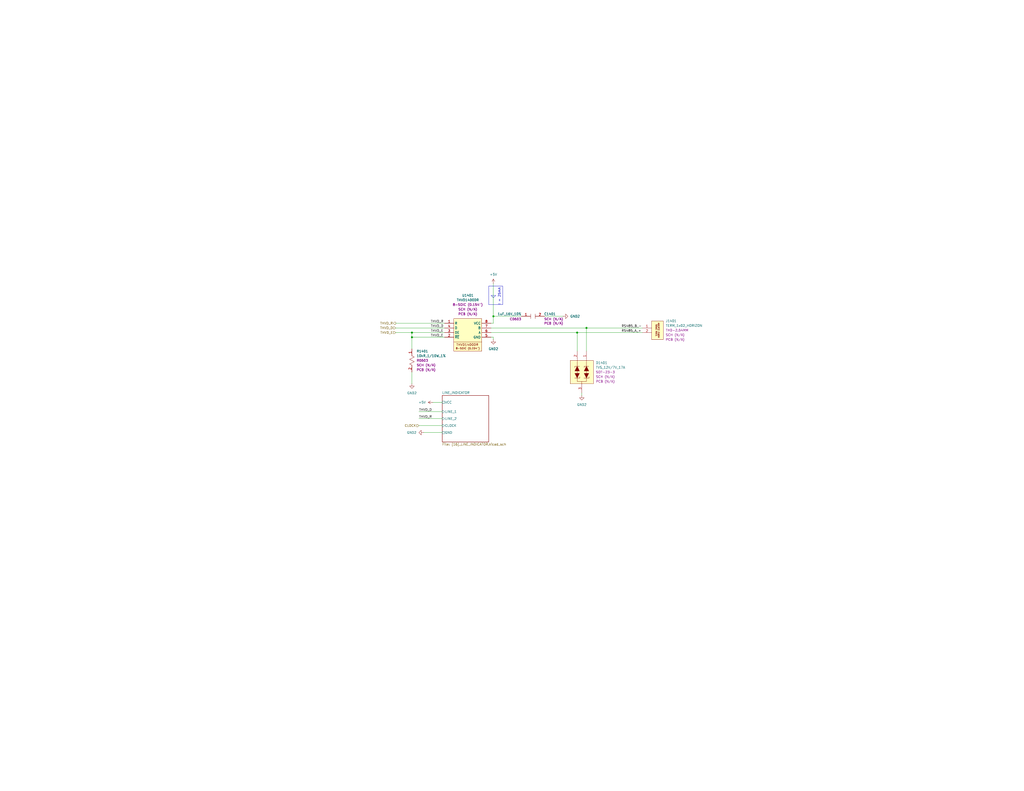
<source format=kicad_sch>
(kicad_sch (version 20231120) (generator "eeschema") (generator_version "8.0")
  (paper "C")
  (title_block (comment 2 "RELEASED"))
  (lib_symbols
    (symbol "_SCHLIB_ESP32-IsoLink:CAP_MLCC_1uF_16V_10%_X7R_C0603" (exclude_from_sim yes)
      (property "Reference" "C" (at 2.794 3.81 0))
      (property "Value" "1uF_16V_10%" (at 2.794 6.096 0))
      (property "Package" "C0603" (at 2.794 11.43 0))
      (property "SCH CHECK" "SCH (N/A)" (at 2.794 16.256 0))
      (property "PCB CHECk" "PCB (N/A)" (at 2.794 19.05 0))
      (symbol "CAP_MLCC_1uF_16V_10%_X7R_C0603_0_1"
        (polyline private (pts (xy 2.54 2.54) (xy 27.94 2.54)))
        (polyline private (pts (xy 2.54 5.08) (xy 27.94 5.08)))
        (polyline private (pts (xy 2.54 7.62) (xy 27.94 7.62)))
        (polyline private (pts (xy 2.54 10.16) (xy 27.94 10.16)))
        (polyline private (pts (xy 2.54 12.7) (xy 27.94 12.7)))
        (polyline private (pts (xy 2.54 15.24) (xy 27.94 15.24)))
        (polyline private (pts (xy 2.54 17.78) (xy 27.94 17.78)))
        (polyline private (pts (xy 2.54 20.32) (xy 27.94 20.32)))
        (polyline private (pts (xy 2.54 22.86) (xy 27.94 22.86)))
        (polyline private (pts (xy 2.54 25.4) (xy 27.94 25.4)))
        (polyline private (pts (xy 2.54 27.94) (xy 27.94 27.94)))
        (polyline private (pts (xy 2.54 30.48) (xy 27.94 30.48)))
        (polyline private (pts (xy 2.54 33.02) (xy 27.94 33.02)))
        (polyline private (pts (xy 2.54 35.56) (xy 27.94 35.56)))
        (polyline private (pts (xy 2.54 38.1) (xy 27.94 38.1)))
        (polyline private (pts (xy 2.54 40.64) (xy 27.94 40.64)))
        (polyline private (pts (xy 2.54 43.18) (xy 27.94 43.18)))
        (polyline private (pts (xy 2.54 45.72) (xy 27.94 45.72)))
        (polyline private (pts (xy 2.54 48.26) (xy 27.94 48.26)))
        (polyline private (pts (xy 2.54 50.8) (xy 27.94 50.8)))
        (polyline (pts (xy 5.08 1.27) (xy 5.08 -1.27)))
        (polyline (pts (xy 7.62 1.27) (xy 7.62 -1.27)))
      )
      (symbol "CAP_MLCC_1uF_16V_10%_X7R_C0603_1_1"
        (pin passive line (at 0 0 0) (length 5.08) (name "") (number "1"))
        (pin passive line (at 12.7 0 180) (length 5.08) (name "") (number "2"))
      )
    )
    (symbol "_SCHLIB_ESP32-IsoLink:CONN_TERM BLK_1x2_150V_6A_HORIZON_THD-2.54MM" (exclude_from_sim yes)
      (property "Reference" "J" (at 2.794 3.81 0))
      (property "Value" "TERM_1x02_HORIZON" (at 2.794 6.096 0))
      (property "Package" "THD-2.54MM" (at 2.794 11.43 0))
      (property "SCH CHECK" "SCH (N/A)" (at 2.794 16.256 0))
      (property "PCB CHECk" "PCB (N/A)" (at 2.794 19.05 0))
      (symbol "CONN_TERM BLK_1x2_150V_6A_HORIZON_THD-2.54MM_0_1"
        (polyline private (pts (xy 2.54 2.54) (xy 27.94 2.54)))
        (polyline private (pts (xy 2.54 5.08) (xy 27.94 5.08)))
        (polyline private (pts (xy 2.54 7.62) (xy 27.94 7.62)))
        (polyline private (pts (xy 2.54 10.16) (xy 27.94 10.16)))
        (polyline private (pts (xy 2.54 12.7) (xy 27.94 12.7)))
        (polyline private (pts (xy 2.54 15.24) (xy 27.94 15.24)))
        (polyline private (pts (xy 2.54 17.78) (xy 27.94 17.78)))
        (polyline private (pts (xy 2.54 20.32) (xy 27.94 20.32)))
        (polyline private (pts (xy 2.54 22.86) (xy 27.94 22.86)))
        (polyline private (pts (xy 2.54 25.4) (xy 27.94 25.4)))
        (polyline private (pts (xy 2.54 27.94) (xy 27.94 27.94)))
        (polyline private (pts (xy 2.54 30.48) (xy 27.94 30.48)))
        (polyline private (pts (xy 2.54 33.02) (xy 27.94 33.02)))
        (polyline private (pts (xy 2.54 35.56) (xy 27.94 35.56)))
        (polyline private (pts (xy 2.54 38.1) (xy 27.94 38.1)))
        (polyline private (pts (xy 2.54 40.64) (xy 27.94 40.64)))
        (polyline private (pts (xy 2.54 43.18) (xy 27.94 43.18)))
        (polyline private (pts (xy 2.54 45.72) (xy 27.94 45.72)))
        (polyline private (pts (xy 2.54 48.26) (xy 27.94 48.26)))
        (polyline private (pts (xy 2.54 50.8) (xy 27.94 50.8)))
      )
      (symbol "CONN_TERM BLK_1x2_150V_6A_HORIZON_THD-2.54MM_1_1"
        (rectangle (start 0 0) (end 6.35 -10.16) (fill (type background)))
        (text "TERM 2POS\nHORIZ 2.54MM" (at 3.302 -5.08 900) (effects (font (size 0.762 0.762))))
        (pin passive line (at -5.08 -3.81 0) (length 5.08) (name "") (number "1"))
        (pin passive line (at -5.08 -6.35 0) (length 5.08) (name "") (number "2"))
      )
    )
    (symbol "_SCHLIB_ESP32-IsoLink:DIODE_TVS_CDSOT23-SM712_12V/7V_13.3V/ 7.5V_17A(8/20us)_SOT-23-3" (exclude_from_sim yes)
      (property "Reference" "D" (at 2.794 3.81 0))
      (property "Value" "TVS_12V/7V_17A" (at 2.794 6.096 0))
      (property "Package" "SOT-23-3" (at 2.794 11.43 0))
      (property "SCH CHECK" "SCH (N/A)" (at 2.794 16.256 0))
      (property "PCB CHECk" "PCB (N/A)" (at 2.794 19.05 0))
      (symbol "DIODE_TVS_CDSOT23-SM712_12V/7V_13.3V/ 7.5V_17A(8/20us)_SOT-23-3_0_1"
        (polyline private (pts (xy 2.54 2.54) (xy 27.94 2.54)))
        (polyline private (pts (xy 2.54 5.08) (xy 27.94 5.08)))
        (polyline private (pts (xy 2.54 7.62) (xy 27.94 7.62)))
        (polyline private (pts (xy 2.54 10.16) (xy 27.94 10.16)))
        (polyline private (pts (xy 2.54 12.7) (xy 27.94 12.7)))
        (polyline private (pts (xy 2.54 15.24) (xy 27.94 15.24)))
        (polyline private (pts (xy 2.54 17.78) (xy 27.94 17.78)))
        (polyline private (pts (xy 2.54 20.32) (xy 27.94 20.32)))
        (polyline private (pts (xy 2.54 22.86) (xy 27.94 22.86)))
        (polyline private (pts (xy 2.54 25.4) (xy 27.94 25.4)))
        (polyline private (pts (xy 2.54 27.94) (xy 27.94 27.94)))
        (polyline private (pts (xy 2.54 30.48) (xy 27.94 30.48)))
        (polyline private (pts (xy 2.54 33.02) (xy 27.94 33.02)))
        (polyline private (pts (xy 2.54 35.56) (xy 27.94 35.56)))
        (polyline private (pts (xy 2.54 38.1) (xy 27.94 38.1)))
        (polyline private (pts (xy 2.54 40.64) (xy 27.94 40.64)))
        (polyline private (pts (xy 2.54 43.18) (xy 27.94 43.18)))
        (polyline private (pts (xy 2.54 45.72) (xy 27.94 45.72)))
        (polyline private (pts (xy 2.54 48.26) (xy 27.94 48.26)))
        (polyline private (pts (xy 2.54 50.8) (xy 27.94 50.8)))
      )
      (symbol "DIODE_TVS_CDSOT23-SM712_12V/7V_13.3V/ 7.5V_17A(8/20us)_SOT-23-3_1_1"
        (polyline (pts (xy 3.175 -8.89) (xy 0 -8.89)))
        (polyline (pts (xy 3.175 -3.81) (xy 0 -3.81)))
        (polyline (pts (xy 5.715 -8.89) (xy 6.985 -8.89)))
        (polyline (pts (xy 5.715 -3.81) (xy 6.985 -3.81)))
        (polyline (pts (xy 11.43 -6.35) (xy 12.7 -6.35)))
        (polyline (pts (xy 3.175 -7.62) (xy 3.175 -10.16) (xy 3.81 -10.16)))
        (polyline (pts (xy 3.175 -2.54) (xy 3.175 -5.08) (xy 3.81 -5.08)))
        (polyline (pts (xy 9.652 -10.287) (xy 9.652 -7.493) (xy 8.89 -7.493)))
        (polyline (pts (xy 9.652 -5.207) (xy 9.652 -2.413) (xy 8.89 -2.413)))
        (polyline (pts (xy 5.715 -10.16) (xy 5.715 -7.62) (xy 3.175 -8.89) (xy 5.715 -10.16)) (fill (type outline)))
        (polyline (pts (xy 5.715 -5.08) (xy 5.715 -2.54) (xy 3.175 -3.81) (xy 5.715 -5.08)) (fill (type outline)))
        (polyline (pts (xy 6.985 -7.62) (xy 6.985 -10.16) (xy 9.525 -8.89) (xy 6.985 -7.62)) (fill (type outline)))
        (polyline (pts (xy 6.985 -2.54) (xy 6.985 -5.08) (xy 9.525 -3.81) (xy 6.985 -2.54)) (fill (type outline)))
        (polyline (pts (xy 9.525 -3.81) (xy 11.43 -3.81) (xy 11.43 -8.89) (xy 9.525 -8.89)))
        (rectangle (start 0 0) (end 12.7 -12.7) (fill (type background)))
        (pin passive line (at -5.08 -3.81 0) (length 5.08) (name "") (number "1"))
        (pin passive line (at -5.08 -8.89 0) (length 5.08) (name "") (number "2"))
        (pin passive line (at 17.78 -6.35 180) (length 5.08) (name "") (number "3"))
      )
    )
    (symbol "_SCHLIB_ESP32-IsoLink:IC_Transceiver_THVD1400DR_Half-Duplex_RS485_8-SOIC (0.154{dblquote})" (exclude_from_sim yes)
      (property "Reference" "U" (at 2.794 3.81 0))
      (property "Value" "THVD1400DR" (at 2.794 6.096 0))
      (property "Package" "8-SOIC (0.154\")" (at 2.794 11.43 0))
      (property "SCH CHECK" "SCH (N/A)" (at 2.794 16.256 0))
      (property "PCB CHECk" "PCB (N/A)" (at 2.794 19.05 0))
      (symbol "IC_Transceiver_THVD1400DR_Half-Duplex_RS485_8-SOIC (0.154{dblquote})_0_1"
        (polyline private (pts (xy 2.54 2.54) (xy 27.94 2.54)))
        (polyline private (pts (xy 2.54 5.08) (xy 27.94 5.08)))
        (polyline private (pts (xy 2.54 7.62) (xy 27.94 7.62)))
        (polyline private (pts (xy 2.54 10.16) (xy 27.94 10.16)))
        (polyline private (pts (xy 2.54 12.7) (xy 27.94 12.7)))
        (polyline private (pts (xy 2.54 15.24) (xy 27.94 15.24)))
        (polyline private (pts (xy 2.54 17.78) (xy 27.94 17.78)))
        (polyline private (pts (xy 2.54 20.32) (xy 27.94 20.32)))
        (polyline private (pts (xy 2.54 22.86) (xy 27.94 22.86)))
        (polyline private (pts (xy 2.54 25.4) (xy 27.94 25.4)))
        (polyline private (pts (xy 2.54 27.94) (xy 27.94 27.94)))
        (polyline private (pts (xy 2.54 30.48) (xy 27.94 30.48)))
        (polyline private (pts (xy 2.54 33.02) (xy 27.94 33.02)))
        (polyline private (pts (xy 2.54 35.56) (xy 27.94 35.56)))
        (polyline private (pts (xy 2.54 38.1) (xy 27.94 38.1)))
        (polyline private (pts (xy 2.54 40.64) (xy 27.94 40.64)))
        (polyline private (pts (xy 2.54 43.18) (xy 27.94 43.18)))
        (polyline private (pts (xy 2.54 45.72) (xy 27.94 45.72)))
        (polyline private (pts (xy 2.54 48.26) (xy 27.94 48.26)))
        (polyline private (pts (xy 2.54 50.8) (xy 27.94 50.8)))
      )
      (symbol "IC_Transceiver_THVD1400DR_Half-Duplex_RS485_8-SOIC (0.154{dblquote})_1_1"
        (polyline (pts (xy 0 -12.7) (xy 15.24 -12.7)))
        (rectangle (start 0 0) (end 15.24 -17.78) (fill (type background)))
        (text "8-SOIC (0.154\")" (at 7.62 -16.256 0) (effects (font (size 1.016 1.016))))
        (text "THVD1400DR" (at 7.366 -14.224 0) (effects (font (size 1.27 1.27))))
        (pin passive line (at -5.08 -2.54 0) (length 5.08) (name "R") (number "1"))
        (pin passive line (at -5.08 -10.16 0) (length 5.08) (name "~{RE}") (number "2"))
        (pin passive line (at -5.08 -7.62 0) (length 5.08) (name "DE") (number "3"))
        (pin passive line (at -5.08 -5.08 0) (length 5.08) (name "D") (number "4"))
        (pin passive line (at 20.32 -10.16 180) (length 5.08) (name "GND") (number "5"))
        (pin passive line (at 20.32 -7.62 180) (length 5.08) (name "A") (number "6"))
        (pin passive line (at 20.32 -5.08 180) (length 5.08) (name "B") (number "7"))
        (pin passive line (at 20.32 -2.54 180) (length 5.08) (name "VCC") (number "8"))
      )
    )
    (symbol "_SCHLIB_ESP32-IsoLink:RES_10kR_1/10W_1%_R0603" (exclude_from_sim yes)
      (property "Reference" "R" (at 2.794 3.81 0))
      (property "Value" "10kR_1/10W_1%" (at 2.794 6.096 0))
      (property "Package" "R0603" (at 2.794 11.43 0))
      (property "SCH CHECK" "SCH (N/A)" (at 2.794 16.256 0))
      (property "PCB CHECk" "PCB (N/A)" (at 2.794 19.05 0))
      (symbol "RES_10kR_1/10W_1%_R0603_0_1"
        (polyline private (pts (xy 2.54 2.54) (xy 27.94 2.54)))
        (polyline private (pts (xy 2.54 5.08) (xy 27.94 5.08)))
        (polyline private (pts (xy 2.54 7.62) (xy 27.94 7.62)))
        (polyline private (pts (xy 2.54 10.16) (xy 27.94 10.16)))
        (polyline private (pts (xy 2.54 12.7) (xy 27.94 12.7)))
        (polyline private (pts (xy 2.54 15.24) (xy 27.94 15.24)))
        (polyline private (pts (xy 2.54 17.78) (xy 27.94 17.78)))
        (polyline private (pts (xy 2.54 20.32) (xy 27.94 20.32)))
        (polyline private (pts (xy 2.54 22.86) (xy 27.94 22.86)))
        (polyline private (pts (xy 2.54 25.4) (xy 27.94 25.4)))
        (polyline private (pts (xy 2.54 27.94) (xy 27.94 27.94)))
        (polyline private (pts (xy 2.54 30.48) (xy 27.94 30.48)))
        (polyline private (pts (xy 2.54 33.02) (xy 27.94 33.02)))
        (polyline private (pts (xy 2.54 35.56) (xy 27.94 35.56)))
        (polyline private (pts (xy 2.54 38.1) (xy 27.94 38.1)))
        (polyline private (pts (xy 2.54 40.64) (xy 27.94 40.64)))
        (polyline private (pts (xy 2.54 43.18) (xy 27.94 43.18)))
        (polyline private (pts (xy 2.54 45.72) (xy 27.94 45.72)))
        (polyline private (pts (xy 2.54 48.26) (xy 27.94 48.26)))
        (polyline private (pts (xy 2.54 50.8) (xy 27.94 50.8)))
        (polyline (pts (xy 3.81 0) (xy 4.445 1.27) (xy 5.715 -1.27) (xy 6.985 1.27) (xy 8.255 -1.27) (xy 8.89 0)))
      )
      (symbol "RES_10kR_1/10W_1%_R0603_1_1"
        (pin passive line (at 0 0 0) (length 3.81) (name "") (number "1"))
        (pin passive line (at 12.7 0 180) (length 3.81) (name "") (number "2"))
      )
    )
    (symbol "power:+5V" (power) (pin_numbers hide) (pin_names (offset 0) hide)
      (property "Value" "+5V" (at 0 3.556 0))
      (symbol "+5V_0_1"
        (polyline (pts (xy -0.762 1.27) (xy 0 2.54)))
        (polyline (pts (xy 0 0) (xy 0 2.54)))
        (polyline (pts (xy 0 2.54) (xy 0.762 1.27)))
      )
      (symbol "+5V_1_1"
        (pin power_in line (at 0 0 90) (length 0) (name "~") (number "1"))
      )
    )
    (symbol "power:GND2" (power) (pin_numbers hide) (pin_names (offset 0) hide)
      (property "Value" "GND2" (at 0 -3.81 0))
      (symbol "GND2_0_1"
        (polyline (pts (xy 0 0) (xy 0 -1.27) (xy 1.27 -1.27) (xy 0 -2.54) (xy -1.27 -1.27) (xy 0 -1.27)))
      )
      (symbol "GND2_1_1"
        (pin power_in line (at 0 0 270) (length 0) (name "~") (number "1"))
      )
    )
  )
  (junction (at 224.79 184.15))
  (junction (at 269.24 172.72))
  (junction (at 320.04 179.07))
  (junction (at 314.96 181.61))
  (junction (at 224.79 181.61))
  (wire (pts (xy 242.57 181.61) (xy 224.79 181.61)))
  (polyline (pts (xy 267.97 161.29) (xy 269.24 162.56)))
  (wire (pts (xy 320.04 179.07) (xy 320.04 191.77)))
  (wire (pts (xy 269.24 184.15) (xy 267.97 184.15)))
  (polyline (pts (xy 267.97 161.29) (xy 270.51 161.29)))
  (wire (pts (xy 314.96 181.61) (xy 267.97 181.61)))
  (wire (pts (xy 228.6 232.41) (xy 241.3 232.41)))
  (wire (pts (xy 228.6 224.79) (xy 241.3 224.79)))
  (wire (pts (xy 224.79 209.55) (xy 224.79 203.2)))
  (wire (pts (xy 267.97 179.07) (xy 320.04 179.07)))
  (wire (pts (xy 215.9 181.61) (xy 224.79 181.61)))
  (wire (pts (xy 269.24 172.72) (xy 269.24 176.53)))
  (wire (pts (xy 269.24 172.72) (xy 284.48 172.72)))
  (wire (pts (xy 269.24 185.42) (xy 269.24 184.15)))
  (wire (pts (xy 242.57 184.15) (xy 224.79 184.15)))
  (wire (pts (xy 215.9 179.07) (xy 242.57 179.07)))
  (wire (pts (xy 269.24 154.94) (xy 269.24 172.72)))
  (wire (pts (xy 236.22 219.71) (xy 241.3 219.71)))
  (wire (pts (xy 224.79 184.15) (xy 224.79 190.5)))
  (wire (pts (xy 314.96 181.61) (xy 350.52 181.61)))
  (wire (pts (xy 320.04 179.07) (xy 350.52 179.07)))
  (wire (pts (xy 231.14 236.22) (xy 241.3 236.22)))
  (polyline (pts (xy 269.24 162.56) (xy 270.51 161.29)))
  (wire (pts (xy 228.6 228.6) (xy 241.3 228.6)))
  (wire (pts (xy 267.97 176.53) (xy 269.24 176.53)))
  (wire (pts (xy 297.18 172.72) (xy 307.34 172.72)))
  (wire (pts (xy 224.79 181.61) (xy 224.79 184.15)))
  (wire (pts (xy 317.5 214.63) (xy 317.5 215.9)))
  (wire (pts (xy 314.96 181.61) (xy 314.96 191.77)))
  (wire (pts (xy 215.9 176.53) (xy 242.57 176.53)))
  (rectangle (start 266.7 156.21) (end 274.32 166.37))
  (text "I = 25mA" (at 272.542 161.798 90) (effects (font (size 1.27 1.27))))
  (label "THVD_R" (at 228.6 228.6 0))
  (label "RS485_B_-" (at 339.09 179.07 0))
  (label "THVD_R" (at 234.95 176.53 0))
  (label "THVD_D" (at 228.6 224.79 0))
  (label "THVD_E" (at 234.95 181.61 0))
  (label "THVD_E" (at 234.95 184.15 0))
  (label "THVD_D" (at 234.95 179.07 0))
  (label "RS485_A_+" (at 339.09 181.61 0))
  (hierarchical_label "CLOCK" (shape input) (at 228.6 232.41 180))
  (hierarchical_label "THVD_R" (shape output) (at 215.9 176.53 180))
  (hierarchical_label "THVD_E" (shape input) (at 215.9 181.61 180))
  (hierarchical_label "THVD_D" (shape input) (at 215.9 179.07 180))
  (symbol (lib_id "power:GND2") (at 317.5 215.9 0) (unit 1)
    (property "Reference" "#PWR01407" (effects (hide yes)))
    (property "Value" "GND2" (at 317.5 220.98 0))
    (property "Description" "Power symbol creates a global label with name \"GND2\" , ground" (effects (hide yes)))
  )
  (symbol (lib_id "_SCHLIB_ESP32-IsoLink:RES_10kR_1/10W_1%_R0603") (at 224.79 190.5 270) (unit 1) (exclude_from_sim yes)
    (property "Reference" "R1401" (at 227.33 191.7699 90) (effects (justify left)))
    (property "Value" "10kR_1/10W_1%" (at 227.33 194.3099 90) (effects (justify left)))
    (property "Footprint" "_PCBLIB_ESP32-IsoLink:R_0603_1608Metric" (effects (hide yes)))
    (property "Datasheet" "https://industrial.panasonic.com/cdbs/www-data/pdf/RDA0000/AOA0000C304.pdf" (effects (hide yes)))
    (property "Description" "10 kOhms ±1% 0.1W, 1/10W Chip Resistor 0603 (1608 Metric) Automotive AEC-Q200 Thick Film" (effects (hide yes)))
    (property "Package" "R0603" (at 227.33 196.8499 90) (effects (justify left)))
    (property "Manufacturer 1" "Panasonic Electronic Components" (effects (hide yes)))
    (property "MPN 1" "ERJ-3EKF1002V" (effects (hide yes)))
    (property "Vendor 1 Part# - TR" "P10.0KHTR-ND" (effects (hide yes)))
    (property "Vendor 1 Part# - CT" "P10.0KHCT-ND" (effects (hide yes)))
    (property "Vendor 1" "Digikey" (effects (hide yes)))
    (property "Purchase Link 1" "https://www.digikey.ca/en/products/detail/panasonic-electronic-components/ERJ-3EKF1002V/196066" (effects (hide yes)))
    (property "Manufacturer 2" "YAGEO" (effects (hide yes)))
    (property "MPN 2" "RC0603FR-0710KL" (effects (hide yes)))
    (property "Vendor 2 Part# - TR" "C98220" (effects (hide yes)))
    (property "Vendor 2 Part# - CT" "C98220" (effects (hide yes)))
    (property "Vendor 2" "LCSC Electronics" (effects (hide yes)))
    (property "Purchase Link 2" "https://www.lcsc.com/product-detail/Chip-Resistor-Surface-Mount_YAGEO-RC0603FR-0710KL_C98220.html" (effects (hide yes)))
    (property "SCH CHECK" "SCH (N/A)" (at 227.33 199.3899 90) (effects (justify left)))
    (property "PCB CHECk" "PCB (N/A)" (at 227.33 201.9299 90) (effects (justify left)))
  )
  (symbol (lib_id "power:+5V") (at 236.22 219.71 90) (unit 1)
    (property "Reference" "#PWR01403" (effects (hide yes)))
    (property "Value" "+5V" (at 232.41 219.7099 90) (effects (justify left)))
    (property "Description" "Power symbol creates a global label with name \"+5V\"" (effects (hide yes)))
  )
  (symbol (lib_id "power:+5V") (at 269.24 154.94 0) (unit 1)
    (property "Reference" "#PWR01404" (effects (hide yes)))
    (property "Value" "+5V" (at 269.24 149.86 0))
    (property "Description" "Power symbol creates a global label with name \"+5V\"" (effects (hide yes)))
  )
  (symbol (lib_id "_SCHLIB_ESP32-IsoLink:CAP_MLCC_1uF_16V_10%_X7R_C0603") (at 284.48 172.72 0) (unit 1) (exclude_from_sim yes)
    (property "Reference" "C1401" (at 296.926 171.45 0) (effects (justify left)))
    (property "Value" "1uF_16V_10%" (at 271.526 171.45 0) (effects (justify left)))
    (property "Footprint" "_PCBLIB_ESP32-IsoLink:C_0603_1608Metric" (effects (hide yes)))
    (property "Datasheet" "https://weblib.samsungsem.com/mlcc/mlcc-ec-data-sheet.do?partNumber=CL10B105KO8NNN" (effects (hide yes)))
    (property "Description" "1 µF ±10% 16V Ceramic Capacitor X7R 0603 (1608 Metric)" (effects (hide yes)))
    (property "Package" "C0603" (at 278.13 174.244 0) (effects (justify left)))
    (property "Manufacturer 1" "Samsung Electro-Mechanics" (effects (hide yes)))
    (property "MPN 1" "CL10B105KO8NNNC" (effects (hide yes)))
    (property "Vendor 1 Part# - TR" "1276-1019-2-ND" (effects (hide yes)))
    (property "Vendor 1 Part# - CT" "1276-1019-1-ND" (effects (hide yes)))
    (property "Vendor 1" "Digikey" (effects (hide yes)))
    (property "Purchase Link 1" "https://www.digikey.ca/en/products/detail/samsung-electro-mechanics/CL10B105KO8NNNC/3886677" (effects (hide yes)))
    (property "Manufacturer 2" "Samsung Electro-Mechanics" (effects (hide yes)))
    (property "MPN 2" "CL10B105KO8NNNC" (effects (hide yes)))
    (property "Vendor 2 Part# - TR" "CL10B105KO8NNNC" (effects (hide yes)))
    (property "Vendor 2 Part# - CT" "CL10B105KO8NNNC" (effects (hide yes)))
    (property "Vendor 2" "LCSC Electronics" (effects (hide yes)))
    (property "Purchase Link 2" "https://www.lcsc.com/product-detail/Multilayer-Ceramic-Capacitors-MLCC-SMD-SMT_Samsung-Electro-Mechanics-CL10B105KO8NNNC_C59782.html?s_z=n_CL10B105KO8NNNC" (effects (hide yes)))
    (property "SCH CHECK" "SCH (N/A)" (at 296.926 174.244 0) (effects (justify left)))
    (property "PCB CHECk" "PCB (N/A)" (at 296.926 176.53 0) (effects (justify left)))
  )
  (symbol (lib_id "_SCHLIB_ESP32-IsoLink:CONN_TERM BLK_1x2_150V_6A_HORIZON_THD-2.54MM") (at 355.6 175.26 0) (unit 1) (exclude_from_sim yes)
    (property "Reference" "J1401" (at 363.22 175.2599 0) (effects (justify left)))
    (property "Value" "TERM_1x02_HORIZON" (at 363.22 177.7999 0) (effects (justify left)))
    (property "Footprint" "_PCBLIB_ESP32-IsoLink:TerminalBlock-2.54-2P_1x02_P2.54mm_Horizontal" (effects (hide yes)))
    (property "Datasheet" "https://www.we-online.com/katalog/datasheet/6912109100xx.pdf" (effects (hide yes)))
    (property "Description" "2 Position Wire to Board Terminal Block Horizontal with Board 0.100\" (2.54mm) Through Hole" (effects (hide yes)))
    (property "Package" "THD-2.54MM" (at 363.22 180.3399 0) (effects (justify left)))
    (property "Manufacturer 1" "Würth Elektronik" (effects (hide yes)))
    (property "MPN 1" "691210910002" (effects (hide yes)))
    (property "Vendor 1 Part# - TR" "732-691210910002-ND" (effects (hide yes)))
    (property "Vendor 1 Part# - CT" "732-691210910002-ND" (effects (hide yes)))
    (property "Vendor 1" "Digikey" (effects (hide yes)))
    (property "Purchase Link 1" "https://www.digikey.ca/en/products/detail/w%C3%BCrth-elektronik/691210910002/10668428" (effects (hide yes)))
    (property "Manufacturer 2" "MAX" (effects (hide yes)))
    (property "MPN 2" "MX128-2.54-02P-GN01-Cu-Y-A" (effects (hide yes)))
    (property "Vendor 2 Part# - TR" "C5188442" (effects (hide yes)))
    (property "Vendor 2 Part# - CT" "C5188442" (effects (hide yes)))
    (property "Vendor 2" "LCSC Electronics" (effects (hide yes)))
    (property "Purchase Link 2" "https://www.lcsc.com/product-detail/Screw-Terminal-Blocks_MAX-MX128-2-54-02P-GN01-Cu-Y-A_C5188442.html?s_z=n_2.54mm" (effects (hide yes)))
    (property "SCH CHECK" "SCH (N/A)" (at 363.22 182.8799 0) (effects (justify left)))
    (property "PCB CHECk" "PCB (N/A)" (at 363.22 185.4199 0) (effects (justify left)))
  )
  (symbol (lib_id "power:GND2") (at 269.24 185.42 0) (unit 1)
    (property "Reference" "#PWR01405" (effects (hide yes)))
    (property "Value" "GND2" (at 269.24 190.5 0))
    (property "Description" "Power symbol creates a global label with name \"GND2\" , ground" (effects (hide yes)))
  )
  (symbol (lib_id "power:GND2") (at 224.79 209.55 0) (unit 1)
    (property "Reference" "#PWR01401" (effects (hide yes)))
    (property "Value" "GND2" (at 224.79 214.63 0))
    (property "Description" "Power symbol creates a global label with name \"GND2\" , ground" (effects (hide yes)))
  )
  (symbol (lib_id "_SCHLIB_ESP32-IsoLink:IC_Transceiver_THVD1400DR_Half-Duplex_RS485_8-SOIC (0.154{dblquote})") (at 247.65 173.99 0) (unit 1) (exclude_from_sim yes)
    (property "Reference" "U1401" (at 255.27 161.29 0))
    (property "Value" "THVD1400DR" (at 255.27 163.83 0))
    (property "Footprint" "_PCBLIB_ESP32-IsoLink:SOIC-8_3.9x4.9mm_P1.27mm" (effects (hide yes)))
    (property "Datasheet" "https://www.ti.com/general/docs/suppproductinfo.tsp?distId=10&gotoUrl=http%3A%2F%2Fwww.ti.com%2Flit%2Fgpn%2Fthvd1400" (effects (hide yes)))
    (property "Description" "1/1 Transceiver Half RS422, RS485 8-SOIC (0.154\")" (effects (hide yes)))
    (property "Package" "8-SOIC (0.154\")" (at 255.27 166.37 0))
    (property "Manufacturer 1" "Texas Instruments" (effects (hide yes)))
    (property "MPN 1" "THVD1400DR" (effects (hide yes)))
    (property "Vendor 1 Part# - TR" "296-THVD1400DRTR-ND" (effects (hide yes)))
    (property "Vendor 1 Part# - CT" "296-THVD1400DRCT-ND" (effects (hide yes)))
    (property "Vendor 1" "Digikey" (effects (hide yes)))
    (property "Purchase Link 1" "https://www.digikey.ca/en/products/detail/texas-instruments/THVD1400DR/13636656?s=N4IgTCBcDa4JwDYC0AVAEgNQCIEYAsADAVgEoolIByWIAugL5A" (effects (hide yes)))
    (property "Manufacturer 2" "Texas Instruments" (effects (hide yes)))
    (property "MPN 2" "THVD1400DR" (effects (hide yes)))
    (property "Vendor 2 Part# - TR" "C3235232" (effects (hide yes)))
    (property "Vendor 2 Part# - CT" "C3235232" (effects (hide yes)))
    (property "Vendor 2" "LCSC Electronics" (effects (hide yes)))
    (property "Purchase Link 2" "https://www.lcsc.com/product-detail/RS-485-RS-422-ICs_Texas-Instruments-THVD1400DR_C3235232.html?s_z=n_THVD1400DR" (effects (hide yes)))
    (property "SCH CHECK" "SCH (N/A)" (at 255.27 168.91 0))
    (property "PCB CHECk" "PCB (N/A)" (at 255.27 171.45 0))
  )
  (symbol (lib_id "_SCHLIB_ESP32-IsoLink:DIODE_TVS_CDSOT23-SM712_12V/7V_13.3V/ 7.5V_17A(8/20us)_SOT-23-3") (at 323.85 196.85 270) (unit 1) (exclude_from_sim yes)
    (property "Reference" "D1401" (at 325.12 198.1199 90) (effects (justify left)))
    (property "Value" "TVS_12V/7V_17A" (at 325.12 200.6599 90) (effects (justify left)))
    (property "Footprint" "_PCBLIB_ESP32-IsoLink:SOT-23-3" (effects (hide yes)))
    (property "Datasheet" "https://www.bourns.com/docs/Product-Datasheets/CDSOT23-SM712.pdf" (effects (hide yes)))
    (property "Description" "26V, 14V Clamp 17A (8/20µs) Ipp Tvs Diode Surface Mount SOT-23-3" (effects (hide yes)))
    (property "Package" "SOT-23-3" (at 325.12 203.1999 90) (effects (justify left)))
    (property "Manufacturer 1" "Bourns Inc." (effects (hide yes)))
    (property "MPN 1" "CDSOT23-SM712" (effects (hide yes)))
    (property "Vendor 1 Part# - TR" "CDSOT23-SM712TR-ND" (effects (hide yes)))
    (property "Vendor 1 Part# - CT" "CDSOT23-SM712CT-ND" (effects (hide yes)))
    (property "Vendor 1" "Digikey" (effects (hide yes)))
    (property "Purchase Link 1" "https://www.digikey.ca/en/products/detail/bourns-inc/CDSOT23-SM712/1630592" (effects (hide yes)))
    (property "Manufacturer 2" "BOURNS" (effects (hide yes)))
    (property "MPN 2" "CDSOT23-SM712" (effects (hide yes)))
    (property "Vendor 2 Part# - TR" "C404012" (effects (hide yes)))
    (property "Vendor 2 Part# - CT" "C404012" (effects (hide yes)))
    (property "Vendor 2" "LCSC Electronics" (effects (hide yes)))
    (property "Purchase Link 2" "https://www.lcsc.com/product-detail/ESD-and-Surge-Protection-TVS-ESD_BOURNS-CDSOT23-SM712_C404012.html?s_z=n_CDSOT23-SM712" (effects (hide yes)))
    (property "SCH CHECK" "SCH (N/A)" (at 325.12 205.7399 90) (effects (justify left)))
    (property "PCB CHECk" "PCB (N/A)" (at 325.12 208.2799 90) (effects (justify left)))
  )
  (symbol (lib_id "power:GND2") (at 231.14 236.22 270) (unit 1)
    (property "Reference" "#PWR01402" (effects (hide yes)))
    (property "Value" "GND2" (at 227.33 236.2199 90) (effects (justify right)))
    (property "Description" "Power symbol creates a global label with name \"GND2\" , ground" (effects (hide yes)))
  )
  (symbol (lib_id "power:GND2") (at 307.34 172.72 90) (unit 1)
    (property "Reference" "#PWR01406" (effects (hide yes)))
    (property "Value" "GND2" (at 311.15 172.7199 90) (effects (justify right)))
    (property "Description" "Power symbol creates a global label with name \"GND2\" , ground" (effects (hide yes)))
  )
  (sheet (at 241.3 215.9) (size 25.4 25.4) (stroke (width 0.1524))
    (property "Sheetname" "LINE_INDICATOR" (at 241.3 215.1884 0) (effects (justify left bottom)))
    (property "Sheetfile" "[16]_LINE_INDICATOR.kicad_sch" (at 241.3 241.8846 0) (effects (justify left top)))
    (pin "LINE_2" input (at 241.3 228.6 180))
    (pin "GND" passive (at 241.3 236.22 180))
    (pin "VCC" passive (at 241.3 219.71 180))
    (pin "LINE_1" input (at 241.3 224.79 180))
    (pin "CLOCK" input (at 241.3 232.41 180))
  )
)
</source>
